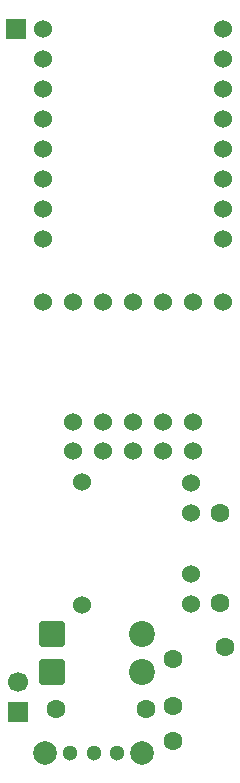
<source format=gts>
G04 #@! TF.GenerationSoftware,KiCad,Pcbnew,9.0.2*
G04 #@! TF.CreationDate,2025-07-09T03:39:24-04:00*
G04 #@! TF.ProjectId,FBT,4642542e-6b69-4636-9164-5f7063625858,rev?*
G04 #@! TF.SameCoordinates,Original*
G04 #@! TF.FileFunction,Soldermask,Top*
G04 #@! TF.FilePolarity,Negative*
%FSLAX46Y46*%
G04 Gerber Fmt 4.6, Leading zero omitted, Abs format (unit mm)*
G04 Created by KiCad (PCBNEW 9.0.2) date 2025-07-09 03:39:24*
%MOMM*%
%LPD*%
G01*
G04 APERTURE LIST*
G04 Aperture macros list*
%AMRoundRect*
0 Rectangle with rounded corners*
0 $1 Rounding radius*
0 $2 $3 $4 $5 $6 $7 $8 $9 X,Y pos of 4 corners*
0 Add a 4 corners polygon primitive as box body*
4,1,4,$2,$3,$4,$5,$6,$7,$8,$9,$2,$3,0*
0 Add four circle primitives for the rounded corners*
1,1,$1+$1,$2,$3*
1,1,$1+$1,$4,$5*
1,1,$1+$1,$6,$7*
1,1,$1+$1,$8,$9*
0 Add four rect primitives between the rounded corners*
20,1,$1+$1,$2,$3,$4,$5,0*
20,1,$1+$1,$4,$5,$6,$7,0*
20,1,$1+$1,$6,$7,$8,$9,0*
20,1,$1+$1,$8,$9,$2,$3,0*%
G04 Aperture macros list end*
%ADD10R,1.700000X1.700000*%
%ADD11C,2.000000*%
%ADD12C,1.300000*%
%ADD13C,1.524000*%
%ADD14C,1.600000*%
%ADD15RoundRect,0.249999X-0.850001X-0.850001X0.850001X-0.850001X0.850001X0.850001X-0.850001X0.850001X0*%
%ADD16C,2.200000*%
%ADD17C,1.700000*%
G04 APERTURE END LIST*
D10*
X92600000Y-48500000D03*
D11*
X95100000Y-109800000D03*
X103300000Y-109800000D03*
D12*
X97200000Y-109800000D03*
X99200000Y-109800000D03*
X101200000Y-109800000D03*
D13*
X110120000Y-71620000D03*
X107580000Y-71620000D03*
X105040000Y-71620000D03*
X102500000Y-71620000D03*
X99960000Y-71620000D03*
X97420000Y-71620000D03*
X94880000Y-71620000D03*
X97420000Y-81780000D03*
X99960000Y-81780000D03*
X102500000Y-81780000D03*
X105040000Y-81780000D03*
X107580000Y-81780000D03*
D14*
X105900000Y-101855000D03*
X105900000Y-105855000D03*
X105900000Y-108855000D03*
X110300000Y-100855000D03*
D15*
X95680000Y-103000000D03*
D16*
X103300000Y-103000000D03*
D14*
X103600000Y-106100000D03*
X95980000Y-106100000D03*
D13*
X98200000Y-86900000D03*
X98200000Y-97300000D03*
X107400000Y-97200000D03*
X107400000Y-94700000D03*
X107400000Y-89500000D03*
X107400000Y-87000000D03*
D10*
X92800000Y-106375000D03*
D17*
X92800000Y-103835000D03*
D15*
X95680000Y-99800000D03*
D16*
X103300000Y-99800000D03*
D14*
X109900000Y-97110000D03*
X109900000Y-89490000D03*
D13*
X94920000Y-48510000D03*
X94920000Y-51050000D03*
X94920000Y-53590000D03*
X94920000Y-56130000D03*
X94920000Y-58670000D03*
X94920000Y-61210000D03*
X94920000Y-63750000D03*
X94880000Y-66290000D03*
X110120000Y-66290000D03*
X110120000Y-63750000D03*
X110120000Y-61210000D03*
X110120000Y-58670000D03*
X110120000Y-56130000D03*
X110120000Y-53590000D03*
X110120000Y-51050000D03*
X110120000Y-48510000D03*
X107580000Y-84300000D03*
X105040000Y-84300000D03*
X102500000Y-84300000D03*
X99960000Y-84300000D03*
X97420000Y-84300000D03*
M02*

</source>
